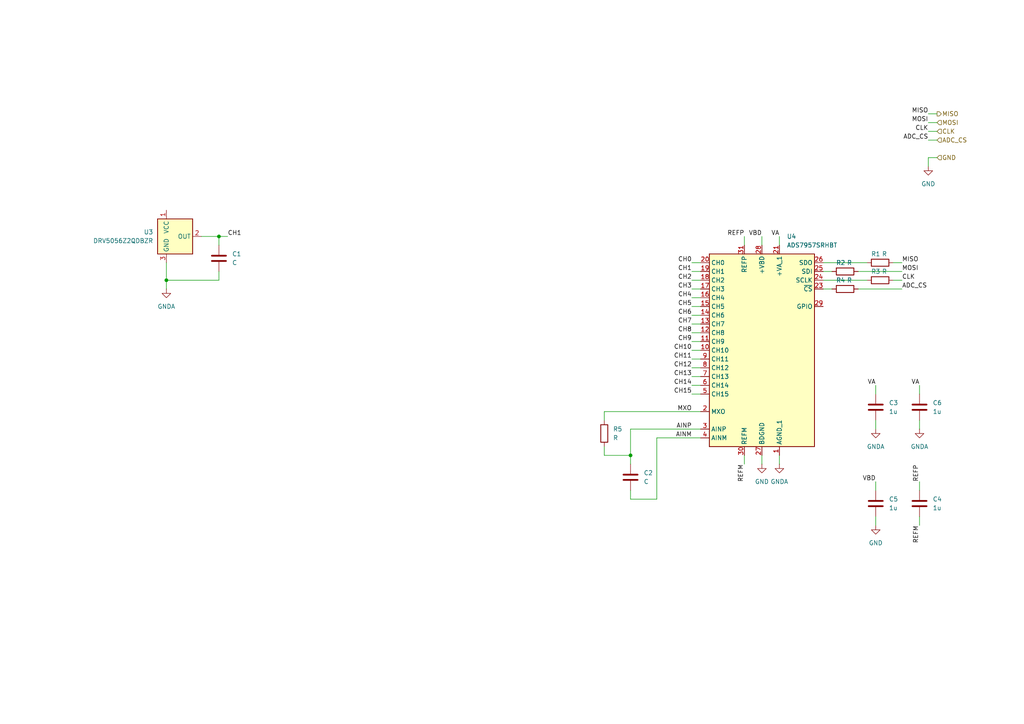
<source format=kicad_sch>
(kicad_sch (version 20250114) (generator "eeschema") (generator_version "9.0")
  (paper "A4")
  (lib_symbols
    (symbol "Component_lib:ADS7957SRHBT"
      (property "Reference" "U" (at 25.4 7.62 0))
      (property "Value" "ADS7957SRHBT" (at 25.4 5.08 0))
      (symbol "ADS7957SRHBT_1_1"
        (rectangle (start 2.54 2.54) (end 33.02 -53.34) (stroke (width 0.254)) (fill (type background)))
        (pin passive line (at 0 0 0) (length 2.54) (name "CH0") (number "20"))
        (pin passive line (at 0 -2.54 0) (length 2.54) (name "CH1") (number "19"))
        (pin passive line (at 0 -5.08 0) (length 2.54) (name "CH2") (number "18"))
        (pin passive line (at 0 -7.62 0) (length 2.54) (name "CH3") (number "17"))
        (pin passive line (at 0 -10.16 0) (length 2.54) (name "CH4") (number "16"))
        (pin passive line (at 0 -12.7 0) (length 2.54) (name "CH5") (number "15"))
        (pin passive line (at 0 -15.24 0) (length 2.54) (name "CH6") (number "14"))
        (pin passive line (at 0 -17.78 0) (length 2.54) (name "CH7") (number "13"))
        (pin passive line (at 0 -20.32 0) (length 2.54) (name "CH8") (number "12"))
        (pin passive line (at 0 -22.86 0) (length 2.54) (name "CH9") (number "11"))
        (pin passive line (at 0 -25.4 0) (length 2.54) (name "CH10") (number "10"))
        (pin passive line (at 0 -27.94 0) (length 2.54) (name "CH11") (number "9"))
        (pin passive line (at 0 -30.48 0) (length 2.54) (name "CH12") (number "8"))
        (pin passive line (at 0 -33.02 0) (length 2.54) (name "CH13") (number "7"))
        (pin passive line (at 0 -35.56 0) (length 2.54) (name "CH14") (number "6"))
        (pin passive line (at 0 -38.1 0) (length 2.54) (name "CH15") (number "5"))
        (pin passive line (at 0 -43.18 0) (length 2.54) (name "MXO") (number "2"))
        (pin passive line (at 0 -48.26 0) (length 2.54) (name "AINP") (number "3"))
        (pin passive line (at 0 -50.8 0) (length 2.54) (name "AINM") (number "4"))
        (pin passive line (at 12.7 5.08 270) (length 2.54) (name "REFP") (number "31"))
        (pin passive line (at 12.7 -55.88 90) (length 2.54) (name "REFM") (number "30"))
        (pin passive line (at 17.78 5.08 270) (length 2.54) (name "+VBD") (number "28"))
        (pin passive line (at 17.78 -55.88 90) (length 2.54) (name "BDGND") (number "27"))
        (pin passive line (at 22.86 5.08 270) (length 2.54) (name "+VA_1") (number "21"))
        (pin passive line (at 22.86 5.08 270) (length 2.54) (hide yes) (name "+VA_2") (number "32"))
        (pin passive line (at 22.86 -55.88 90) (length 2.54) (name "AGND_1") (number "1"))
        (pin passive line (at 22.86 -55.88 90) (length 2.54) (hide yes) (name "AGND_2") (number "22"))
        (pin passive line (at 22.86 -55.88 90) (length 2.54) (hide yes) (name "EP") (number "33"))
        (pin passive line (at 35.56 0 180) (length 2.54) (name "SDO") (number "26"))
        (pin passive line (at 35.56 -2.54 180) (length 2.54) (name "SDI") (number "25"))
        (pin passive line (at 35.56 -5.08 180) (length 2.54) (name "SCLK") (number "24"))
        (pin passive line (at 35.56 -7.62 180) (length 2.54) (name "~{CS}") (number "23"))
        (pin passive line (at 35.56 -12.7 180) (length 2.54) (name "GPIO") (number "29"))
      )
    )
    (symbol "Component_lib:C" (pin_numbers (hide yes)) (pin_names (offset 0.254))
      (property "Reference" "C" (at 0.635 -1.27 0))
      (property "Value" "C" (at 0.635 -6.35 0))
      (symbol "C_0_1"
        (polyline (pts (xy -2.032 -3.048) (xy 2.032 -3.048)) (stroke (width 0.508)))
        (polyline (pts (xy -2.032 -4.572) (xy 2.032 -4.572)) (stroke (width 0.508)))
      )
      (symbol "C_1_1"
        (pin passive line (at 0 0 270) (length 2.794) (name "~") (number "1"))
        (pin passive line (at 0 -7.62 90) (length 2.794) (name "~") (number "2"))
      )
    )
    (symbol "Component_lib:DRV5056Z2QDBZR"
      (property "Reference" "U" (at 12.7 10.16 0))
      (property "Value" "DRV5056Z2QDBZR" (at 12.7 7.62 0))
      (symbol "DRV5056Z2QDBZR_1_1"
        (rectangle (start 2.54 5.08) (end 12.7 -5.08) (stroke (width 0.254)) (fill (type background)))
        (pin passive line (at 0 0 0) (length 2.54) (name "OUT") (number "2"))
        (pin passive line (at 10.16 7.62 270) (length 2.54) (name "VCC") (number "1"))
        (pin passive line (at 10.16 -7.62 90) (length 2.54) (name "GND") (number "3"))
      )
    )
    (symbol "Component_lib:R" (pin_numbers (hide yes)) (pin_names (offset 0))
      (property "Reference" "R" (at 2.032 -3.81 90))
      (property "Value" "R" (at 0 -3.81 90))
      (symbol "R_0_1"
        (rectangle (start -1.016 -6.35) (end 1.016 -1.27) (stroke (width 0.254)))
      )
      (symbol "R_1_1"
        (pin passive line (at 0 0 270) (length 1.27) (name "~") (number "1"))
        (pin passive line (at 0 -7.62 90) (length 1.27) (name "~") (number "2"))
      )
    )
    (symbol "power:GND" (power) (pin_numbers (hide yes)) (pin_names (offset 0) (hide yes))
      (property "Value" "GND" (at 0 -3.81 0))
      (symbol "GND_0_1"
        (polyline (pts (xy 0 0) (xy 0 -1.27) (xy 1.27 -1.27) (xy 0 -2.54) (xy -1.27 -1.27) (xy 0 -1.27)))
      )
      (symbol "GND_1_1"
        (pin power_in line (at 0 0 270) (length 0) (name "~") (number "1"))
      )
    )
    (symbol "power:GNDA" (power) (pin_numbers (hide yes)) (pin_names (offset 0) (hide yes))
      (property "Value" "GNDA" (at 0 -3.81 0))
      (symbol "GNDA_0_1"
        (polyline (pts (xy 0 0) (xy 0 -1.27) (xy 1.27 -1.27) (xy 0 -2.54) (xy -1.27 -1.27) (xy 0 -1.27)))
      )
      (symbol "GNDA_1_1"
        (pin power_in line (at 0 0 270) (length 0) (name "~") (number "1"))
      )
    )
  )
  (junction (at 48.26 81.28))
  (junction (at 63.5 68.58))
  (junction (at 182.88 132.08))
  (wire (pts (xy 200.66 106.68) (xy 203.2 106.68)))
  (wire (pts (xy 175.26 132.08) (xy 182.88 132.08)))
  (wire (pts (xy 248.92 83.82) (xy 261.62 83.82)))
  (wire (pts (xy 190.5 127) (xy 203.2 127)))
  (wire (pts (xy 200.66 109.22) (xy 203.2 109.22)))
  (wire (pts (xy 175.26 119.38) (xy 175.26 121.92)))
  (wire (pts (xy 248.92 78.74) (xy 261.62 78.74)))
  (wire (pts (xy 266.7 121.92) (xy 266.7 124.46)))
  (wire (pts (xy 200.66 114.3) (xy 203.2 114.3)))
  (wire (pts (xy 215.9 134.62) (xy 215.9 132.08)))
  (wire (pts (xy 269.24 33.02) (xy 271.78 33.02)))
  (wire (pts (xy 226.06 132.08) (xy 226.06 134.62)))
  (wire (pts (xy 254 121.92) (xy 254 124.46)))
  (wire (pts (xy 200.66 93.98) (xy 203.2 93.98)))
  (wire (pts (xy 238.76 81.28) (xy 251.46 81.28)))
  (wire (pts (xy 266.7 139.7) (xy 266.7 142.24)))
  (wire (pts (xy 269.24 45.72) (xy 269.24 48.26)))
  (wire (pts (xy 63.5 81.28) (xy 48.26 81.28)))
  (wire (pts (xy 200.66 104.14) (xy 203.2 104.14)))
  (wire (pts (xy 182.88 144.78) (xy 190.5 144.78)))
  (wire (pts (xy 259.08 81.28) (xy 261.62 81.28)))
  (wire (pts (xy 200.66 88.9) (xy 203.2 88.9)))
  (wire (pts (xy 254 149.86) (xy 254 152.4)))
  (wire (pts (xy 63.5 68.58) (xy 66.04 68.58)))
  (wire (pts (xy 269.24 38.1) (xy 271.78 38.1)))
  (wire (pts (xy 182.88 124.46) (xy 182.88 132.08)))
  (wire (pts (xy 200.66 83.82) (xy 203.2 83.82)))
  (wire (pts (xy 238.76 83.82) (xy 241.3 83.82)))
  (wire (pts (xy 200.66 96.52) (xy 203.2 96.52)))
  (wire (pts (xy 175.26 129.54) (xy 175.26 132.08)))
  (wire (pts (xy 271.78 45.72) (xy 269.24 45.72)))
  (wire (pts (xy 254 139.7) (xy 254 142.24)))
  (wire (pts (xy 220.98 68.58) (xy 220.98 71.12)))
  (wire (pts (xy 220.98 132.08) (xy 220.98 134.62)))
  (wire (pts (xy 259.08 76.2) (xy 261.62 76.2)))
  (wire (pts (xy 182.88 132.08) (xy 182.88 134.62)))
  (wire (pts (xy 48.26 81.28) (xy 48.26 83.82)))
  (wire (pts (xy 63.5 68.58) (xy 63.5 71.12)))
  (wire (pts (xy 175.26 119.38) (xy 203.2 119.38)))
  (wire (pts (xy 200.66 86.36) (xy 203.2 86.36)))
  (wire (pts (xy 215.9 68.58) (xy 215.9 71.12)))
  (wire (pts (xy 200.66 91.44) (xy 203.2 91.44)))
  (wire (pts (xy 48.26 76.2) (xy 48.26 81.28)))
  (wire (pts (xy 203.2 124.46) (xy 182.88 124.46)))
  (wire (pts (xy 266.7 149.86) (xy 266.7 152.4)))
  (wire (pts (xy 200.66 81.28) (xy 203.2 81.28)))
  (wire (pts (xy 182.88 142.24) (xy 182.88 144.78)))
  (wire (pts (xy 200.66 111.76) (xy 203.2 111.76)))
  (wire (pts (xy 200.66 76.2) (xy 203.2 76.2)))
  (wire (pts (xy 63.5 78.74) (xy 63.5 81.28)))
  (wire (pts (xy 190.5 144.78) (xy 190.5 127)))
  (wire (pts (xy 58.42 68.58) (xy 63.5 68.58)))
  (wire (pts (xy 254 111.76) (xy 254 114.3)))
  (wire (pts (xy 200.66 101.6) (xy 203.2 101.6)))
  (wire (pts (xy 226.06 68.58) (xy 226.06 71.12)))
  (wire (pts (xy 269.24 40.64) (xy 271.78 40.64)))
  (wire (pts (xy 266.7 111.76) (xy 266.7 114.3)))
  (wire (pts (xy 200.66 99.06) (xy 203.2 99.06)))
  (wire (pts (xy 269.24 35.56) (xy 271.78 35.56)))
  (wire (pts (xy 238.76 78.74) (xy 241.3 78.74)))
  (wire (pts (xy 238.76 76.2) (xy 251.46 76.2)))
  (wire (pts (xy 200.66 78.74) (xy 203.2 78.74)))
  (label "REFM" (at 215.9 134.62 270))
  (label "VBD" (at 220.98 68.58 180))
  (label "AINP" (at 200.66 124.46 180))
  (label "ADC_CS" (at 269.24 40.64 180))
  (label "CH10" (at 200.66 101.6 180))
  (label "ADC_CS" (at 261.62 83.82 0))
  (label "CH2" (at 200.66 81.28 180))
  (label "CLK" (at 261.62 81.28 0))
  (label "CLK" (at 269.24 38.1 180))
  (label "CH8" (at 200.66 96.52 180))
  (label "CH13" (at 200.66 109.22 180))
  (label "REFP" (at 215.9 68.58 180))
  (label "CH1" (at 200.66 78.74 180))
  (label "CH11" (at 200.66 104.14 180))
  (label "AINM" (at 200.66 127 180))
  (label "CH12" (at 200.66 106.68 180))
  (label "VA" (at 254 111.76 180))
  (label "MISO" (at 269.24 33.02 180))
  (label "CH6" (at 200.66 91.44 180))
  (label "CH5" (at 200.66 88.9 180))
  (label "CH15" (at 200.66 114.3 180))
  (label "CH7" (at 200.66 93.98 180))
  (label "CH1" (at 66.04 68.58 0))
  (label "CH0" (at 200.66 76.2 180))
  (label "REFM" (at 266.7 152.4 270))
  (label "REFP" (at 266.7 139.7 90))
  (label "VBD" (at 254 139.7 180))
  (label "MISO" (at 261.62 76.2 0))
  (label "MOSI" (at 261.62 78.74 0))
  (label "MOSI" (at 269.24 35.56 180))
  (label "MXO" (at 200.66 119.38 180))
  (label "CH14" (at 200.66 111.76 180))
  (label "CH4" (at 200.66 86.36 180))
  (label "CH3" (at 200.66 83.82 180))
  (label "VA" (at 226.06 68.58 180))
  (label "CH9" (at 200.66 99.06 180))
  (label "VA" (at 266.7 111.76 180))
  (hierarchical_label "ADC_CS" (shape input) (at 271.78 40.64 0))
  (hierarchical_label "MOSI" (shape input) (at 271.78 35.56 0))
  (hierarchical_label "MISO" (shape output) (at 271.78 33.02 0))
  (hierarchical_label "GND" (shape input) (at 271.78 45.72 0))
  (hierarchical_label "CLK" (shape input) (at 271.78 38.1 0))
  (symbol (lib_id "power:GND") (at 254 152.4 0) (unit 1)
    (property "Reference" "#PWR07" (effects (hide yes)))
    (property "Value" "GND" (at 254 157.48 0))
    (property "Description" "Power symbol creates a global label with name \"GND\" , ground" (effects (hide yes)))
  )
  (symbol (lib_id "Component_lib:C") (at 266.7 142.24 0) (unit 1)
    (property "Reference" "C4" (at 270.51 144.7799 0) (effects (justify left)))
    (property "Value" "1u" (at 270.51 147.3199 0) (effects (justify left)))
    (property "Description" "Unpolarized capacitor" (effects (hide yes)))
  )
  (symbol (lib_id "power:GND") (at 269.24 48.26 0) (unit 1)
    (property "Reference" "#PWR010" (effects (hide yes)))
    (property "Value" "GND" (at 269.24 53.34 0))
    (property "Description" "Power symbol creates a global label with name \"GND\" , ground" (effects (hide yes)))
  )
  (symbol (lib_id "Component_lib:R") (at 241.3 78.74 90) (unit 1)
    (property "Reference" "R2" (at 243.84 76.2 90))
    (property "Value" "R" (at 246.38 76.2 90))
    (property "Description" "Resistor" (effects (hide yes)))
  )
  (symbol (lib_id "Component_lib:ADS7957SRHBT") (at 203.2 76.2 0) (unit 1)
    (property "Reference" "U4" (at 228.2033 68.58 0) (effects (justify left)))
    (property "Value" "ADS7957SRHBT" (at 228.2033 71.12 0) (effects (justify left)))
    (property "Footprint" "Component_lib:ADS7957SRHBT" (effects (hide yes)))
    (property "Datasheet" "https://www.mouser.ch/ProductDetail/Texas-Instruments/ADS7957SRHBT?qs=DS7Z8uEdLNykYRHtAcfRIw%3D%3D" (effects (hide yes)))
    (property "Description" "10Bit, 1 MSPS, 16-Channel, Single-Ended, MicroPower, Serial Interface ADCs" (effects (hide yes)))
    (property "Height" "1" (effects (hide yes)))
    (property "Mouser Part Number" "595-ADS7957SRHBT" (effects (hide yes)))
    (property "Mouser Price/Stock" "https://www.mouser.co.uk/ProductDetail/Texas-Instruments/ADS7957SRHBT?qs=DS7Z8uEdLNykYRHtAcfRIw%3D%3D" (effects (hide yes)))
    (property "Manufacturer_Name" "Texas Instruments" (effects (hide yes)))
    (property "Manufacturer_Part_Number" "ADS7957SRHBT" (effects (hide yes)))
  )
  (symbol (lib_id "Component_lib:C") (at 63.5 71.12 0) (mirror y) (unit 1)
    (property "Reference" "C1" (at 67.31 73.6599 0) (effects (justify right)))
    (property "Value" "C" (at 67.31 76.1999 0) (effects (justify right)))
    (property "Description" "Unpolarized capacitor" (effects (hide yes)))
  )
  (symbol (lib_id "Component_lib:R") (at 175.26 121.92 0) (unit 1)
    (property "Reference" "R5" (at 177.8 124.4599 0) (effects (justify left)))
    (property "Value" "R" (at 177.8 126.9999 0) (effects (justify left)))
    (property "Description" "Resistor" (effects (hide yes)))
  )
  (symbol (lib_id "Component_lib:C") (at 182.88 134.62 0) (unit 1)
    (property "Reference" "C2" (at 186.69 137.1599 0) (effects (justify left)))
    (property "Value" "C" (at 186.69 139.6999 0) (effects (justify left)))
    (property "Description" "Unpolarized capacitor" (effects (hide yes)))
  )
  (symbol (lib_id "Component_lib:R") (at 251.46 81.28 90) (unit 1)
    (property "Reference" "R3" (at 254 78.74 90))
    (property "Value" "R" (at 256.54 78.74 90))
    (property "Description" "Resistor" (effects (hide yes)))
  )
  (symbol (lib_id "power:GNDA") (at 266.7 124.46 0) (unit 1)
    (property "Reference" "#PWR01" (effects (hide yes)))
    (property "Value" "GNDA" (at 266.7 129.54 0))
    (property "Description" "Power symbol creates a global label with name \"GNDA\" , analog ground" (effects (hide yes)))
  )
  (symbol (lib_id "Component_lib:R") (at 241.3 83.82 90) (unit 1)
    (property "Reference" "R4" (at 243.84 81.28 90))
    (property "Value" "R" (at 246.38 81.28 90))
    (property "Description" "Resistor" (effects (hide yes)))
  )
  (symbol (lib_id "Component_lib:C") (at 266.7 114.3 0) (unit 1)
    (property "Reference" "C6" (at 270.51 116.8399 0) (effects (justify left)))
    (property "Value" "1u" (at 270.51 119.3799 0) (effects (justify left)))
    (property "Description" "Unpolarized capacitor" (effects (hide yes)))
  )
  (symbol (lib_id "power:GND") (at 220.98 134.62 0) (unit 1)
    (property "Reference" "#PWR02" (effects (hide yes)))
    (property "Value" "GND" (at 220.98 139.7 0))
    (property "Description" "Power symbol creates a global label with name \"GND\" , ground" (effects (hide yes)))
  )
  (symbol (lib_id "power:GNDA") (at 254 124.46 0) (unit 1)
    (property "Reference" "#PWR06" (effects (hide yes)))
    (property "Value" "GNDA" (at 254 129.54 0))
    (property "Description" "Power symbol creates a global label with name \"GNDA\" , analog ground" (effects (hide yes)))
  )
  (symbol (lib_id "power:GNDA") (at 226.06 134.62 0) (unit 1)
    (property "Reference" "#PWR03" (effects (hide yes)))
    (property "Value" "GNDA" (at 226.06 139.7 0))
    (property "Description" "Power symbol creates a global label with name \"GNDA\" , analog ground" (effects (hide yes)))
  )
  (symbol (lib_id "Component_lib:C") (at 254 142.24 0) (unit 1)
    (property "Reference" "C5" (at 257.81 144.7799 0) (effects (justify left)))
    (property "Value" "1u" (at 257.81 147.3199 0) (effects (justify left)))
    (property "Description" "Unpolarized capacitor" (effects (hide yes)))
  )
  (symbol (lib_id "Component_lib:DRV5056Z2QDBZR") (at 58.42 68.58 0) (mirror y) (unit 1)
    (property "Reference" "U3" (at 44.45 67.3099 0) (effects (justify left)))
    (property "Value" "DRV5056Z2QDBZR" (at 44.45 69.8499 0) (effects (justify left)))
    (property "Footprint" "Component_lib:DRV5056Z2QDBZR" (effects (hide yes)))
    (property "Datasheet" "https://www.mouser.ch/ProductDetail/Texas-Instruments/DRV5056Z2QDBZR?qs=sPbYRqrBIVmebYedjqOVZg%3D%3D" (effects (hide yes)))
    (property "Description" "Board Mount Hall Effect/Magnetic Sensors Ratiometric unipolar linear hall effect sensor with analog output 3-SOT-23 -40 to 125" (effects (hide yes)))
    (property "Height" "1.12" (effects (hide yes)))
    (property "Mouser Part Number" "595-DRV5056Z2QDBZR" (effects (hide yes)))
    (property "Mouser Price/Stock" "https://www.mouser.co.uk/ProductDetail/Texas-Instruments/DRV5056Z2QDBZR?qs=sPbYRqrBIVmebYedjqOVZg%3D%3D" (effects (hide yes)))
    (property "Manufacturer_Name" "Texas Instruments" (effects (hide yes)))
    (property "Manufacturer_Part_Number" "DRV5056Z2QDBZR" (effects (hide yes)))
  )
  (symbol (lib_id "Component_lib:R") (at 251.46 76.2 90) (unit 1)
    (property "Reference" "R1" (at 254 73.66 90))
    (property "Value" "R" (at 256.54 73.66 90))
    (property "Description" "Resistor" (effects (hide yes)))
  )
  (symbol (lib_id "Component_lib:C") (at 254 114.3 0) (unit 1)
    (property "Reference" "C3" (at 257.81 116.8399 0) (effects (justify left)))
    (property "Value" "1u" (at 257.81 119.3799 0) (effects (justify left)))
    (property "Description" "Unpolarized capacitor" (effects (hide yes)))
  )
  (symbol (lib_id "power:GNDA") (at 48.26 83.82 0) (unit 1)
    (property "Reference" "#PWR04" (effects (hide yes)))
    (property "Value" "GNDA" (at 48.26 88.9 0))
    (property "Description" "Power symbol creates a global label with name \"GNDA\" , analog ground" (effects (hide yes)))
  )
)
</source>
